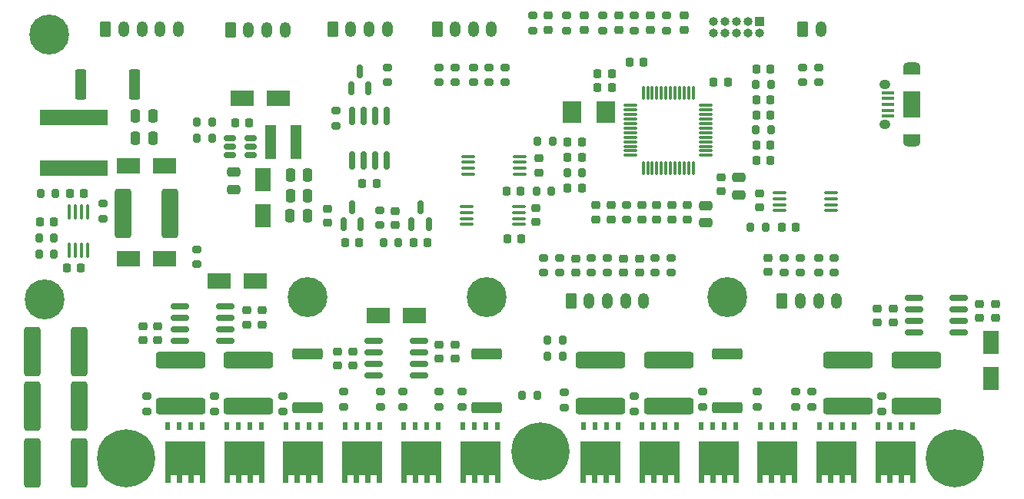
<source format=gbr>
%TF.GenerationSoftware,KiCad,Pcbnew,(6.0.9)*%
%TF.CreationDate,2022-12-08T19:58:11+01:00*%
%TF.ProjectId,battery-case-controller,62617474-6572-4792-9d63-6173652d636f,1*%
%TF.SameCoordinates,Original*%
%TF.FileFunction,Soldermask,Top*%
%TF.FilePolarity,Negative*%
%FSLAX46Y46*%
G04 Gerber Fmt 4.6, Leading zero omitted, Abs format (unit mm)*
G04 Created by KiCad (PCBNEW (6.0.9)) date 2022-12-08 19:58:11*
%MOMM*%
%LPD*%
G01*
G04 APERTURE LIST*
G04 Aperture macros list*
%AMRoundRect*
0 Rectangle with rounded corners*
0 $1 Rounding radius*
0 $2 $3 $4 $5 $6 $7 $8 $9 X,Y pos of 4 corners*
0 Add a 4 corners polygon primitive as box body*
4,1,4,$2,$3,$4,$5,$6,$7,$8,$9,$2,$3,0*
0 Add four circle primitives for the rounded corners*
1,1,$1+$1,$2,$3*
1,1,$1+$1,$4,$5*
1,1,$1+$1,$6,$7*
1,1,$1+$1,$8,$9*
0 Add four rect primitives between the rounded corners*
20,1,$1+$1,$2,$3,$4,$5,0*
20,1,$1+$1,$4,$5,$6,$7,0*
20,1,$1+$1,$6,$7,$8,$9,0*
20,1,$1+$1,$8,$9,$2,$3,0*%
%AMFreePoly0*
4,1,17,2.675000,1.605000,1.875000,1.605000,1.875000,0.935000,2.675000,0.935000,2.675000,0.335000,1.875000,0.335000,1.875000,-0.335000,2.675000,-0.335000,2.675000,-0.935000,1.875000,-0.935000,1.875000,-1.605000,2.675000,-1.605000,2.675000,-2.205000,-1.875000,-2.205000,-1.875000,2.205000,2.675000,2.205000,2.675000,1.605000,2.675000,1.605000,$1*%
G04 Aperture macros list end*
%ADD10RoundRect,0.225000X-0.225000X-0.250000X0.225000X-0.250000X0.225000X0.250000X-0.225000X0.250000X0*%
%ADD11RoundRect,0.200000X0.275000X-0.200000X0.275000X0.200000X-0.275000X0.200000X-0.275000X-0.200000X0*%
%ADD12RoundRect,0.225000X0.225000X0.250000X-0.225000X0.250000X-0.225000X-0.250000X0.225000X-0.250000X0*%
%ADD13RoundRect,0.200000X-0.275000X0.200000X-0.275000X-0.200000X0.275000X-0.200000X0.275000X0.200000X0*%
%ADD14RoundRect,0.225000X-0.250000X0.225000X-0.250000X-0.225000X0.250000X-0.225000X0.250000X0.225000X0*%
%ADD15RoundRect,0.250000X-0.475000X0.250000X-0.475000X-0.250000X0.475000X-0.250000X0.475000X0.250000X0*%
%ADD16R,2.000000X2.400000*%
%ADD17RoundRect,0.200000X-0.200000X-0.275000X0.200000X-0.275000X0.200000X0.275000X-0.200000X0.275000X0*%
%ADD18RoundRect,0.150000X0.150000X-0.587500X0.150000X0.587500X-0.150000X0.587500X-0.150000X-0.587500X0*%
%ADD19C,0.700000*%
%ADD20C,4.400000*%
%ADD21RoundRect,0.100000X0.637500X0.100000X-0.637500X0.100000X-0.637500X-0.100000X0.637500X-0.100000X0*%
%ADD22FreePoly0,270.000000*%
%ADD23R,0.500000X0.850000*%
%ADD24RoundRect,0.250000X-0.250000X-0.475000X0.250000X-0.475000X0.250000X0.475000X-0.250000X0.475000X0*%
%ADD25RoundRect,0.250000X-2.450000X0.650000X-2.450000X-0.650000X2.450000X-0.650000X2.450000X0.650000X0*%
%ADD26RoundRect,0.250000X-1.425000X0.362500X-1.425000X-0.362500X1.425000X-0.362500X1.425000X0.362500X0*%
%ADD27RoundRect,0.250000X-0.650000X-2.450000X0.650000X-2.450000X0.650000X2.450000X-0.650000X2.450000X0*%
%ADD28RoundRect,0.150000X-0.825000X-0.150000X0.825000X-0.150000X0.825000X0.150000X-0.825000X0.150000X0*%
%ADD29RoundRect,0.250000X-0.350000X-0.625000X0.350000X-0.625000X0.350000X0.625000X-0.350000X0.625000X0*%
%ADD30O,1.200000X1.750000*%
%ADD31R,1.200000X3.700000*%
%ADD32C,0.800000*%
%ADD33C,6.400000*%
%ADD34RoundRect,0.250000X0.250000X0.475000X-0.250000X0.475000X-0.250000X-0.475000X0.250000X-0.475000X0*%
%ADD35RoundRect,0.225000X0.250000X-0.225000X0.250000X0.225000X-0.250000X0.225000X-0.250000X-0.225000X0*%
%ADD36R,2.500000X1.800000*%
%ADD37RoundRect,0.218750X-0.256250X0.218750X-0.256250X-0.218750X0.256250X-0.218750X0.256250X0.218750X0*%
%ADD38R,1.800000X2.500000*%
%ADD39RoundRect,0.100000X-0.637500X-0.100000X0.637500X-0.100000X0.637500X0.100000X-0.637500X0.100000X0*%
%ADD40RoundRect,0.200000X0.200000X0.275000X-0.200000X0.275000X-0.200000X-0.275000X0.200000X-0.275000X0*%
%ADD41R,7.500000X1.800000*%
%ADD42R,1.350000X0.400000*%
%ADD43O,1.250000X1.050000*%
%ADD44R,1.900000X0.875000*%
%ADD45O,1.900000X1.000000*%
%ADD46R,1.900000X2.900000*%
%ADD47RoundRect,0.150000X-0.512500X-0.150000X0.512500X-0.150000X0.512500X0.150000X-0.512500X0.150000X0*%
%ADD48RoundRect,0.150000X0.150000X-0.825000X0.150000X0.825000X-0.150000X0.825000X-0.150000X-0.825000X0*%
%ADD49R,1.000000X1.000000*%
%ADD50O,1.000000X1.000000*%
%ADD51RoundRect,0.100000X-0.100000X0.712500X-0.100000X-0.712500X0.100000X-0.712500X0.100000X0.712500X0*%
%ADD52RoundRect,0.250000X0.362500X1.425000X-0.362500X1.425000X-0.362500X-1.425000X0.362500X-1.425000X0*%
%ADD53RoundRect,0.075000X-0.662500X-0.075000X0.662500X-0.075000X0.662500X0.075000X-0.662500X0.075000X0*%
%ADD54RoundRect,0.075000X-0.075000X-0.662500X0.075000X-0.662500X0.075000X0.662500X-0.075000X0.662500X0*%
G04 APERTURE END LIST*
D10*
%TO.C,C65*%
X181425000Y-90500000D03*
X182975000Y-90500000D03*
%TD*%
D11*
%TO.C,R35*%
X142500000Y-119325000D03*
X142500000Y-117675000D03*
%TD*%
D10*
%TO.C,C82*%
X181425000Y-85500000D03*
X182975000Y-85500000D03*
%TD*%
D12*
%TO.C,C72*%
X125575000Y-88000000D03*
X124025000Y-88000000D03*
%TD*%
D10*
%TO.C,C96*%
X167425000Y-81360000D03*
X168975000Y-81360000D03*
%TD*%
D11*
%TO.C,R48*%
X140000000Y-119325000D03*
X140000000Y-117675000D03*
%TD*%
D13*
%TO.C,R89*%
X171500000Y-76175000D03*
X171500000Y-77825000D03*
%TD*%
D14*
%TO.C,C89*%
X172100000Y-97125000D03*
X172100000Y-98675000D03*
%TD*%
D15*
%TO.C,C94*%
X175800000Y-97160000D03*
X175800000Y-99060000D03*
%TD*%
D16*
%TO.C,X31*%
X161100000Y-86860000D03*
X164800000Y-86860000D03*
%TD*%
D11*
%TO.C,R44*%
X136000000Y-119325000D03*
X136000000Y-117675000D03*
%TD*%
D17*
%TO.C,R63*%
X102575000Y-95800000D03*
X104225000Y-95800000D03*
%TD*%
D18*
%TO.C,D40*%
X136800000Y-84187500D03*
X138700000Y-84187500D03*
X137750000Y-82312500D03*
%TD*%
D12*
%TO.C,C54*%
X162175000Y-95200000D03*
X160625000Y-95200000D03*
%TD*%
D11*
%TO.C,R84*%
X150250000Y-83575000D03*
X150250000Y-81925000D03*
%TD*%
D14*
%TO.C,C86*%
X166750000Y-102975000D03*
X166750000Y-104525000D03*
%TD*%
%TO.C,C59*%
X206000000Y-107975000D03*
X206000000Y-109525000D03*
%TD*%
D19*
%TO.C,J39*%
X104166726Y-108666726D03*
X103000000Y-105850000D03*
X104650000Y-107500000D03*
X103000000Y-109150000D03*
X101833274Y-108666726D03*
X101833274Y-106333274D03*
D20*
X103000000Y-107500000D03*
D19*
X101350000Y-107500000D03*
X104166726Y-106333274D03*
%TD*%
D12*
%TO.C,C81*%
X139575000Y-94700000D03*
X138025000Y-94700000D03*
%TD*%
D21*
%TO.C,U37*%
X189662500Y-97715000D03*
X189662500Y-97065000D03*
X189662500Y-96415000D03*
X189662500Y-95765000D03*
X183937500Y-95765000D03*
X183937500Y-96415000D03*
X183937500Y-97065000D03*
X183937500Y-97715000D03*
%TD*%
D22*
%TO.C,Q40*%
X183750000Y-125000000D03*
D23*
X185655000Y-121450000D03*
X184385000Y-121450000D03*
X183115000Y-121450000D03*
X181845000Y-121450000D03*
%TD*%
D22*
%TO.C,Q41*%
X190250000Y-125000000D03*
D23*
X192155000Y-121450000D03*
X190885000Y-121450000D03*
X189615000Y-121450000D03*
X188345000Y-121450000D03*
%TD*%
D18*
%TO.C,U40*%
X135950000Y-99187500D03*
X137850000Y-99187500D03*
X136900000Y-97312500D03*
%TD*%
D10*
%TO.C,C52*%
X153925000Y-95550000D03*
X155475000Y-95550000D03*
%TD*%
D22*
%TO.C,Q35*%
X131500000Y-125000000D03*
D23*
X133405000Y-121450000D03*
X132135000Y-121450000D03*
X130865000Y-121450000D03*
X129595000Y-121450000D03*
%TD*%
D13*
%TO.C,R71*%
X184500000Y-102925000D03*
X184500000Y-104575000D03*
%TD*%
D24*
%TO.C,C69*%
X113050000Y-89750000D03*
X114950000Y-89750000D03*
%TD*%
D10*
%TO.C,C74*%
X143625000Y-101250000D03*
X145175000Y-101250000D03*
%TD*%
%TO.C,C97*%
X176725000Y-83500000D03*
X178275000Y-83500000D03*
%TD*%
D11*
%TO.C,R39*%
X160250000Y-119400000D03*
X160250000Y-117750000D03*
%TD*%
D13*
%TO.C,R76*%
X186250000Y-102925000D03*
X186250000Y-104575000D03*
%TD*%
D25*
%TO.C,C44*%
X118000000Y-114200000D03*
X118000000Y-119300000D03*
%TD*%
D26*
%TO.C,R53*%
X178250000Y-113537500D03*
X178250000Y-119462500D03*
%TD*%
D11*
%TO.C,R46*%
X114250000Y-119825000D03*
X114250000Y-118175000D03*
%TD*%
D13*
%TO.C,R87*%
X164500000Y-76175000D03*
X164500000Y-77825000D03*
%TD*%
D26*
%TO.C,R37*%
X151750000Y-113500000D03*
X151750000Y-119425000D03*
%TD*%
D14*
%TO.C,C98*%
X177500000Y-94025000D03*
X177500000Y-95575000D03*
%TD*%
D10*
%TO.C,C63*%
X184225000Y-99540000D03*
X185775000Y-99540000D03*
%TD*%
D13*
%TO.C,R70*%
X172000000Y-102925000D03*
X172000000Y-104575000D03*
%TD*%
%TO.C,R88*%
X168000000Y-76175000D03*
X168000000Y-77825000D03*
%TD*%
D10*
%TO.C,C79*%
X136125000Y-101250000D03*
X137675000Y-101250000D03*
%TD*%
D14*
%TO.C,C85*%
X161500000Y-102975000D03*
X161500000Y-104525000D03*
%TD*%
D13*
%TO.C,R74*%
X165000000Y-102925000D03*
X165000000Y-104575000D03*
%TD*%
D27*
%TO.C,C35*%
X101700000Y-125500000D03*
X106800000Y-125500000D03*
%TD*%
D28*
%TO.C,U34*%
X117950000Y-108250000D03*
X117950000Y-109520000D03*
X117950000Y-110790000D03*
X117950000Y-112060000D03*
X122900000Y-112060000D03*
X122900000Y-110790000D03*
X122900000Y-109520000D03*
X122900000Y-108250000D03*
%TD*%
D25*
%TO.C,C45*%
X125500000Y-114200000D03*
X125500000Y-119300000D03*
%TD*%
D29*
%TO.C,J36*%
X184250000Y-107700000D03*
D30*
X186250000Y-107700000D03*
X188250000Y-107700000D03*
X190250000Y-107700000D03*
%TD*%
D29*
%TO.C,J32*%
X109750000Y-77700000D03*
D30*
X111750000Y-77700000D03*
X113750000Y-77700000D03*
X115750000Y-77700000D03*
X117750000Y-77700000D03*
%TD*%
D14*
%TO.C,C39*%
X137000000Y-113225000D03*
X137000000Y-114775000D03*
%TD*%
D31*
%TO.C,L32*%
X127925849Y-90172304D03*
X130725849Y-90172304D03*
%TD*%
D17*
%TO.C,R33*%
X158425000Y-112000000D03*
X160075000Y-112000000D03*
%TD*%
D32*
%TO.C,M33*%
X204997056Y-126697056D03*
X203300000Y-122600000D03*
X204997056Y-123302944D03*
X200900000Y-125000000D03*
X201602944Y-123302944D03*
D33*
X203300000Y-125000000D03*
D32*
X203300000Y-127400000D03*
X201602944Y-126697056D03*
X205700000Y-125000000D03*
%TD*%
D14*
%TO.C,C62*%
X181750000Y-95825000D03*
X181750000Y-97375000D03*
%TD*%
D34*
%TO.C,C75*%
X132000000Y-93800000D03*
X130100000Y-93800000D03*
%TD*%
D14*
%TO.C,C36*%
X148250000Y-112475000D03*
X148250000Y-114025000D03*
%TD*%
D35*
%TO.C,C78*%
X134150000Y-99025000D03*
X134150000Y-97475000D03*
%TD*%
D28*
%TO.C,U36*%
X198775000Y-107345000D03*
X198775000Y-108615000D03*
X198775000Y-109885000D03*
X198775000Y-111155000D03*
X203725000Y-111155000D03*
X203725000Y-109885000D03*
X203725000Y-108615000D03*
X203725000Y-107345000D03*
%TD*%
D36*
%TO.C,D35*%
X112250000Y-92750000D03*
X116250000Y-92750000D03*
%TD*%
D10*
%TO.C,C67*%
X102475000Y-98975000D03*
X104025000Y-98975000D03*
%TD*%
D37*
%TO.C,D36*%
X162500000Y-76212500D03*
X162500000Y-77787500D03*
%TD*%
D36*
%TO.C,D37*%
X124800000Y-85300000D03*
X128800000Y-85300000D03*
%TD*%
D38*
%TO.C,D33*%
X207250000Y-112250000D03*
X207250000Y-116250000D03*
%TD*%
D11*
%TO.C,R56*%
X185750000Y-119325000D03*
X185750000Y-117675000D03*
%TD*%
D25*
%TO.C,C56*%
X199000000Y-114200000D03*
X199000000Y-119300000D03*
%TD*%
D27*
%TO.C,C71*%
X111700000Y-98000000D03*
X116800000Y-98000000D03*
%TD*%
D15*
%TO.C,C95*%
X179500000Y-95950000D03*
X179500000Y-94050000D03*
%TD*%
D22*
%TO.C,Q31*%
X144500000Y-125000000D03*
D23*
X146405000Y-121450000D03*
X145135000Y-121450000D03*
X143865000Y-121450000D03*
X142595000Y-121450000D03*
%TD*%
D11*
%TO.C,R79*%
X140750000Y-83575000D03*
X140750000Y-81925000D03*
%TD*%
D22*
%TO.C,Q38*%
X125000000Y-125000000D03*
D23*
X126905000Y-121450000D03*
X125635000Y-121450000D03*
X124365000Y-121450000D03*
X123095000Y-121450000D03*
%TD*%
D11*
%TO.C,R38*%
X168000000Y-119825000D03*
X168000000Y-118175000D03*
%TD*%
D29*
%TO.C,J41*%
X134750000Y-77700000D03*
D30*
X136750000Y-77700000D03*
X138750000Y-77700000D03*
X140750000Y-77700000D03*
%TD*%
D29*
%TO.C,U31*%
X186500000Y-77700000D03*
D30*
X188500000Y-77700000D03*
%TD*%
D37*
%TO.C,D39*%
X158500000Y-76212500D03*
X158500000Y-77787500D03*
%TD*%
D17*
%TO.C,R65*%
X119822304Y-87972304D03*
X121472304Y-87972304D03*
%TD*%
D15*
%TO.C,C80*%
X123850000Y-93450000D03*
X123850000Y-95350000D03*
%TD*%
D11*
%TO.C,R36*%
X149000000Y-119325000D03*
X149000000Y-117675000D03*
%TD*%
D14*
%TO.C,C47*%
X127000000Y-108725000D03*
X127000000Y-110275000D03*
%TD*%
%TO.C,C58*%
X207750000Y-107975000D03*
X207750000Y-109525000D03*
%TD*%
D39*
%TO.C,U35*%
X149637500Y-91725000D03*
X149637500Y-92375000D03*
X149637500Y-93025000D03*
X149637500Y-93675000D03*
X155362500Y-93675000D03*
X155362500Y-93025000D03*
X155362500Y-92375000D03*
X155362500Y-91725000D03*
%TD*%
D29*
%TO.C,J34*%
X161000000Y-107700000D03*
D30*
X163000000Y-107700000D03*
X165000000Y-107700000D03*
X167000000Y-107700000D03*
X169000000Y-107700000D03*
%TD*%
D14*
%TO.C,C64*%
X168800000Y-97125000D03*
X168800000Y-98675000D03*
%TD*%
D40*
%TO.C,FB33*%
X141975000Y-101250000D03*
X140325000Y-101250000D03*
%TD*%
D17*
%TO.C,R49*%
X157305000Y-90035000D03*
X158955000Y-90035000D03*
%TD*%
D37*
%TO.C,D43*%
X173500000Y-76212500D03*
X173500000Y-77787500D03*
%TD*%
D14*
%TO.C,C50*%
X113850000Y-110475000D03*
X113850000Y-112025000D03*
%TD*%
D22*
%TO.C,Q33*%
X170750000Y-125000000D03*
D23*
X172655000Y-121450000D03*
X171385000Y-121450000D03*
X170115000Y-121450000D03*
X168845000Y-121450000D03*
%TD*%
D11*
%TO.C,R80*%
X146500000Y-83575000D03*
X146500000Y-81925000D03*
%TD*%
D13*
%TO.C,R61*%
X160500000Y-76175000D03*
X160500000Y-77825000D03*
%TD*%
D40*
%TO.C,R31*%
X183025000Y-83800000D03*
X181375000Y-83800000D03*
%TD*%
D17*
%TO.C,R58*%
X181375000Y-88800000D03*
X183025000Y-88800000D03*
%TD*%
D41*
%TO.C,L31*%
X106250000Y-93050000D03*
X106250000Y-87450000D03*
%TD*%
D10*
%TO.C,C91*%
X163925000Y-84110000D03*
X165475000Y-84110000D03*
%TD*%
D40*
%TO.C,R67*%
X121447304Y-89722304D03*
X119797304Y-89722304D03*
%TD*%
D14*
%TO.C,C88*%
X163700000Y-97125000D03*
X163700000Y-98675000D03*
%TD*%
%TO.C,C38*%
X135250000Y-113225000D03*
X135250000Y-114775000D03*
%TD*%
D30*
%TO.C,J40*%
X129500000Y-77750000D03*
X127500000Y-77750000D03*
X125500000Y-77750000D03*
D29*
X123500000Y-77750000D03*
%TD*%
D25*
%TO.C,C34*%
X171750000Y-114200000D03*
X171750000Y-119300000D03*
%TD*%
D40*
%TO.C,R62*%
X104075000Y-100725000D03*
X102425000Y-100725000D03*
%TD*%
D10*
%TO.C,C68*%
X105475000Y-104000000D03*
X107025000Y-104000000D03*
%TD*%
D13*
%TO.C,R86*%
X153750000Y-81925000D03*
X153750000Y-83575000D03*
%TD*%
%TO.C,R69*%
X163250000Y-102925000D03*
X163250000Y-104575000D03*
%TD*%
D11*
%TO.C,R55*%
X195250000Y-119825000D03*
X195250000Y-118175000D03*
%TD*%
D13*
%TO.C,R75*%
X170250000Y-102925000D03*
X170250000Y-104575000D03*
%TD*%
D35*
%TO.C,C40*%
X157150000Y-98975000D03*
X157150000Y-97425000D03*
%TD*%
D17*
%TO.C,R34*%
X155625000Y-118050000D03*
X157275000Y-118050000D03*
%TD*%
D11*
%TO.C,FB32*%
X139900000Y-99325000D03*
X139900000Y-97675000D03*
%TD*%
%TO.C,R72*%
X190000000Y-104575000D03*
X190000000Y-102925000D03*
%TD*%
D14*
%TO.C,C48*%
X125300000Y-108725000D03*
X125300000Y-110275000D03*
%TD*%
D25*
%TO.C,C33*%
X164250000Y-114200000D03*
X164250000Y-119300000D03*
%TD*%
D22*
%TO.C,Q42*%
X196750000Y-125000000D03*
D23*
X198655000Y-121450000D03*
X197385000Y-121450000D03*
X196115000Y-121450000D03*
X194845000Y-121450000D03*
%TD*%
D22*
%TO.C,Q32*%
X151000000Y-125000000D03*
D23*
X152905000Y-121450000D03*
X151635000Y-121450000D03*
X150365000Y-121450000D03*
X149095000Y-121450000D03*
%TD*%
D10*
%TO.C,C87*%
X181425000Y-87200000D03*
X182975000Y-87200000D03*
%TD*%
D26*
%TO.C,R45*%
X132000000Y-113537500D03*
X132000000Y-119462500D03*
%TD*%
D18*
%TO.C,U39*%
X143450000Y-99187500D03*
X145350000Y-99187500D03*
X144400000Y-97312500D03*
%TD*%
D42*
%TO.C,J42*%
X195875000Y-84700000D03*
X195875000Y-85350000D03*
X195875000Y-86000000D03*
X195875000Y-86650000D03*
X195875000Y-87300000D03*
D43*
X195550000Y-88225000D03*
D44*
X198550000Y-82262500D03*
D45*
X198550000Y-81825000D03*
D46*
X198550000Y-86000000D03*
D43*
X195550000Y-83775000D03*
D45*
X198550000Y-90175000D03*
D44*
X198550000Y-89737500D03*
%TD*%
D11*
%TO.C,R40*%
X146500000Y-119325000D03*
X146500000Y-117675000D03*
%TD*%
D22*
%TO.C,Q37*%
X118500000Y-125000000D03*
D23*
X120405000Y-121450000D03*
X119135000Y-121450000D03*
X117865000Y-121450000D03*
X116595000Y-121450000D03*
%TD*%
D40*
%TO.C,R64*%
X104075000Y-102475000D03*
X102425000Y-102475000D03*
%TD*%
D47*
%TO.C,U41*%
X123438349Y-89722304D03*
X123438349Y-90672304D03*
X123438349Y-91622304D03*
X125713349Y-91622304D03*
X125713349Y-90672304D03*
X125713349Y-89722304D03*
%TD*%
D32*
%TO.C,M31*%
X112000000Y-127400000D03*
D33*
X112000000Y-125000000D03*
D32*
X113697056Y-123302944D03*
X109600000Y-125000000D03*
X113697056Y-126697056D03*
X110302944Y-126697056D03*
X110302944Y-123302944D03*
X114400000Y-125000000D03*
X112000000Y-122600000D03*
%TD*%
D22*
%TO.C,Q34*%
X164250000Y-125000000D03*
D23*
X166155000Y-121450000D03*
X164885000Y-121450000D03*
X163615000Y-121450000D03*
X162345000Y-121450000D03*
%TD*%
D11*
%TO.C,R85*%
X152000000Y-83575000D03*
X152000000Y-81925000D03*
%TD*%
D40*
%TO.C,R32*%
X160075000Y-113750000D03*
X158425000Y-113750000D03*
%TD*%
D14*
%TO.C,C83*%
X182700000Y-102925000D03*
X182700000Y-104475000D03*
%TD*%
D48*
%TO.C,U42*%
X136895000Y-92175000D03*
X138165000Y-92175000D03*
X139435000Y-92175000D03*
X140705000Y-92175000D03*
X140705000Y-87225000D03*
X139435000Y-87225000D03*
X138165000Y-87225000D03*
X136895000Y-87225000D03*
%TD*%
D27*
%TO.C,C46*%
X101700000Y-119250000D03*
X106800000Y-119250000D03*
%TD*%
D11*
%TO.C,R52*%
X181500000Y-119325000D03*
X181500000Y-117675000D03*
%TD*%
D40*
%TO.C,R50*%
X160575000Y-93500000D03*
X162225000Y-93500000D03*
%TD*%
D49*
%TO.C,J43*%
X181800000Y-76875000D03*
D50*
X181800000Y-78145000D03*
X180530000Y-76875000D03*
X180530000Y-78145000D03*
X179260000Y-76875000D03*
X179260000Y-78145000D03*
X177990000Y-76875000D03*
X177990000Y-78145000D03*
X176720000Y-76875000D03*
X176720000Y-78145000D03*
%TD*%
D10*
%TO.C,C32*%
X181425000Y-92200000D03*
X182975000Y-92200000D03*
%TD*%
D39*
%TO.C,U33*%
X155262500Y-97275000D03*
X155262500Y-97925000D03*
X155262500Y-98575000D03*
X155262500Y-99225000D03*
X149537500Y-99225000D03*
X149537500Y-98575000D03*
X149537500Y-97925000D03*
X149537500Y-97275000D03*
%TD*%
D14*
%TO.C,C90*%
X170450000Y-97125000D03*
X170450000Y-98675000D03*
%TD*%
D51*
%TO.C,U38*%
X107725000Y-97862500D03*
X107075000Y-97862500D03*
X106425000Y-97862500D03*
X105775000Y-97862500D03*
X105775000Y-102087500D03*
X106425000Y-102087500D03*
X107075000Y-102087500D03*
X107725000Y-102087500D03*
%TD*%
D25*
%TO.C,C55*%
X191500000Y-114200000D03*
X191500000Y-119300000D03*
%TD*%
D35*
%TO.C,C73*%
X141650000Y-99275000D03*
X141650000Y-97725000D03*
%TD*%
D28*
%TO.C,U32*%
X139275000Y-112095000D03*
X139275000Y-113365000D03*
X139275000Y-114635000D03*
X139275000Y-115905000D03*
X144225000Y-115905000D03*
X144225000Y-114635000D03*
X144225000Y-113365000D03*
X144225000Y-112095000D03*
%TD*%
D36*
%TO.C,D31*%
X143750000Y-109250000D03*
X139750000Y-109250000D03*
%TD*%
D17*
%TO.C,R41*%
X157175000Y-95550000D03*
X158825000Y-95550000D03*
%TD*%
D12*
%TO.C,C42*%
X162175000Y-91800000D03*
X160625000Y-91800000D03*
%TD*%
D14*
%TO.C,C93*%
X173800000Y-97125000D03*
X173800000Y-98675000D03*
%TD*%
D52*
%TO.C,R60*%
X112962500Y-83750000D03*
X107037500Y-83750000D03*
%TD*%
D14*
%TO.C,C60*%
X194750000Y-108475000D03*
X194750000Y-110025000D03*
%TD*%
%TO.C,C43*%
X165400000Y-97125000D03*
X165400000Y-98675000D03*
%TD*%
%TO.C,C84*%
X168550000Y-102975000D03*
X168550000Y-104525000D03*
%TD*%
D35*
%TO.C,C51*%
X157430000Y-93510000D03*
X157430000Y-91960000D03*
%TD*%
D13*
%TO.C,R82*%
X188250000Y-81925000D03*
X188250000Y-83575000D03*
%TD*%
D12*
%TO.C,C66*%
X107375000Y-95800000D03*
X105825000Y-95800000D03*
%TD*%
D13*
%TO.C,R81*%
X186500000Y-81925000D03*
X186500000Y-83575000D03*
%TD*%
D19*
%TO.C,J37*%
X177083274Y-106083274D03*
D20*
X178250000Y-107250000D03*
D19*
X176600000Y-107250000D03*
X178250000Y-108900000D03*
X177083274Y-108416726D03*
X179900000Y-107250000D03*
X178250000Y-105600000D03*
X179416726Y-106083274D03*
X179416726Y-108416726D03*
%TD*%
D11*
%TO.C,R83*%
X148250000Y-83575000D03*
X148250000Y-81925000D03*
%TD*%
D13*
%TO.C,R68*%
X158000000Y-102925000D03*
X158000000Y-104575000D03*
%TD*%
D11*
%TO.C,R54*%
X187500000Y-117675000D03*
X187500000Y-119325000D03*
%TD*%
D24*
%TO.C,C70*%
X113050000Y-87250000D03*
X114950000Y-87250000D03*
%TD*%
D34*
%TO.C,C76*%
X132000000Y-96050000D03*
X130100000Y-96050000D03*
%TD*%
D53*
%TO.C,U43*%
X167537500Y-86110000D03*
X167537500Y-86610000D03*
X167537500Y-87110000D03*
X167537500Y-87610000D03*
X167537500Y-88110000D03*
X167537500Y-88610000D03*
X167537500Y-89110000D03*
X167537500Y-89610000D03*
X167537500Y-90110000D03*
X167537500Y-90610000D03*
X167537500Y-91110000D03*
X167537500Y-91610000D03*
D54*
X168950000Y-93022500D03*
X169450000Y-93022500D03*
X169950000Y-93022500D03*
X170450000Y-93022500D03*
X170950000Y-93022500D03*
X171450000Y-93022500D03*
X171950000Y-93022500D03*
X172450000Y-93022500D03*
X172950000Y-93022500D03*
X173450000Y-93022500D03*
X173950000Y-93022500D03*
X174450000Y-93022500D03*
D53*
X175862500Y-91610000D03*
X175862500Y-91110000D03*
X175862500Y-90610000D03*
X175862500Y-90110000D03*
X175862500Y-89610000D03*
X175862500Y-89110000D03*
X175862500Y-88610000D03*
X175862500Y-88110000D03*
X175862500Y-87610000D03*
X175862500Y-87110000D03*
X175862500Y-86610000D03*
X175862500Y-86110000D03*
D54*
X174450000Y-84697500D03*
X173950000Y-84697500D03*
X173450000Y-84697500D03*
X172950000Y-84697500D03*
X172450000Y-84697500D03*
X171950000Y-84697500D03*
X171450000Y-84697500D03*
X170950000Y-84697500D03*
X170450000Y-84697500D03*
X169950000Y-84697500D03*
X169450000Y-84697500D03*
X168950000Y-84697500D03*
%TD*%
D13*
%TO.C,R73*%
X159750000Y-102925000D03*
X159750000Y-104575000D03*
%TD*%
D11*
%TO.C,R51*%
X175500000Y-119325000D03*
X175500000Y-117675000D03*
%TD*%
%TO.C,R66*%
X156750000Y-77825000D03*
X156750000Y-76175000D03*
%TD*%
D37*
%TO.C,D41*%
X166250000Y-77787500D03*
X166250000Y-76212500D03*
%TD*%
D14*
%TO.C,C61*%
X196500000Y-108475000D03*
X196500000Y-110025000D03*
%TD*%
D11*
%TO.C,R47*%
X121750000Y-119825000D03*
X121750000Y-118175000D03*
%TD*%
D13*
%TO.C,R78*%
X188250000Y-102925000D03*
X188250000Y-104575000D03*
%TD*%
D10*
%TO.C,C41*%
X153975000Y-100850000D03*
X155525000Y-100850000D03*
%TD*%
D11*
%TO.C,R77*%
X135150000Y-88350000D03*
X135150000Y-86700000D03*
%TD*%
D34*
%TO.C,C77*%
X131950000Y-98300000D03*
X130050000Y-98300000D03*
%TD*%
D27*
%TO.C,C57*%
X101700000Y-113250000D03*
X106800000Y-113250000D03*
%TD*%
D11*
%TO.C,R43*%
X129250000Y-119825000D03*
X129250000Y-118175000D03*
%TD*%
D22*
%TO.C,Q39*%
X177250000Y-125000000D03*
D23*
X179155000Y-121450000D03*
X177885000Y-121450000D03*
X176615000Y-121450000D03*
X175345000Y-121450000D03*
%TD*%
D19*
%TO.C,J35*%
X150583274Y-108416726D03*
D20*
X151750000Y-107250000D03*
D19*
X152916726Y-108416726D03*
X152916726Y-106083274D03*
X153400000Y-107250000D03*
X151750000Y-108900000D03*
X151750000Y-105600000D03*
X150100000Y-107250000D03*
X150583274Y-106083274D03*
%TD*%
D29*
%TO.C,J38*%
X146250000Y-77700000D03*
D30*
X148250000Y-77700000D03*
X150250000Y-77700000D03*
X152250000Y-77700000D03*
%TD*%
D14*
%TO.C,C49*%
X115500000Y-110475000D03*
X115500000Y-112025000D03*
%TD*%
D36*
%TO.C,D34*%
X112250000Y-103000000D03*
X116250000Y-103000000D03*
%TD*%
D37*
%TO.C,D42*%
X169750000Y-76212500D03*
X169750000Y-77787500D03*
%TD*%
D12*
%TO.C,C53*%
X162175000Y-90100000D03*
X160625000Y-90100000D03*
%TD*%
D10*
%TO.C,C31*%
X181425000Y-82100000D03*
X182975000Y-82100000D03*
%TD*%
D11*
%TO.C,R59*%
X109500000Y-98575000D03*
X109500000Y-96925000D03*
%TD*%
D38*
%TO.C,D38*%
X127050000Y-94300000D03*
X127050000Y-98300000D03*
%TD*%
D20*
%TO.C,J33*%
X132000000Y-107250000D03*
D19*
X133166726Y-108416726D03*
X133650000Y-107250000D03*
X130350000Y-107250000D03*
X130833274Y-108416726D03*
X130833274Y-106083274D03*
X132000000Y-105600000D03*
X133166726Y-106083274D03*
X132000000Y-108900000D03*
%TD*%
D32*
%TO.C,M32*%
X155250000Y-124220000D03*
X159347056Y-125917056D03*
X155952944Y-125917056D03*
X159347056Y-122522944D03*
X157650000Y-121820000D03*
D33*
X157650000Y-124220000D03*
D32*
X155952944Y-122522944D03*
X157650000Y-126620000D03*
X160050000Y-124220000D03*
%TD*%
D36*
%TO.C,D32*%
X126250000Y-105500000D03*
X122250000Y-105500000D03*
%TD*%
D10*
%TO.C,C92*%
X163925000Y-82610000D03*
X165475000Y-82610000D03*
%TD*%
D22*
%TO.C,Q36*%
X138000000Y-125000000D03*
D23*
X139905000Y-121450000D03*
X138635000Y-121450000D03*
X137365000Y-121450000D03*
X136095000Y-121450000D03*
%TD*%
D19*
%TO.C,J31*%
X105150000Y-78250000D03*
X103500000Y-79900000D03*
D20*
X103500000Y-78250000D03*
D19*
X101850000Y-78250000D03*
X104666726Y-79416726D03*
X103500000Y-76600000D03*
X102333274Y-79416726D03*
X102333274Y-77083274D03*
X104666726Y-77083274D03*
%TD*%
D14*
%TO.C,C37*%
X146500000Y-112475000D03*
X146500000Y-114025000D03*
%TD*%
D40*
%TO.C,R57*%
X182425000Y-99540000D03*
X180775000Y-99540000D03*
%TD*%
D13*
%TO.C,FB31*%
X119800000Y-101975000D03*
X119800000Y-103625000D03*
%TD*%
%TO.C,R42*%
X167100000Y-97075000D03*
X167100000Y-98725000D03*
%TD*%
M02*

</source>
